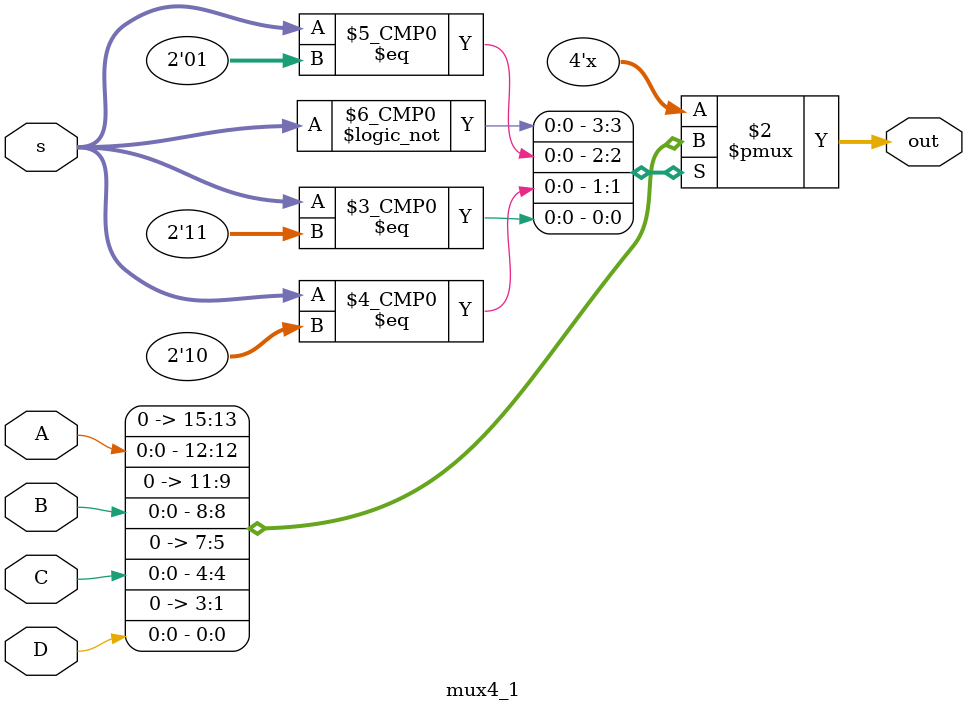
<source format=v>
module mux4_1 (output reg [3:0] out, input wire A, B, C, D, input wire [1:0] s);
    always @(s or A or B or C or D) begin
        case (s)
            'b00: out = A;
            'b01: out = B;
            'b10: out = C;
            'b11: out = D;
        endcase
    end
endmodule
</source>
